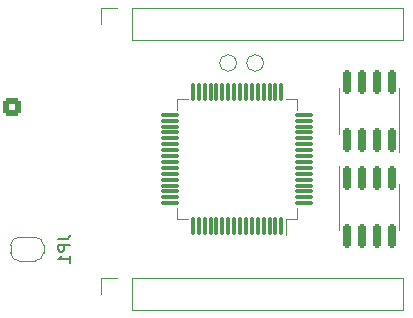
<source format=gbr>
%TF.GenerationSoftware,KiCad,Pcbnew,8.0.9-8.0.9-0~ubuntu22.04.1*%
%TF.CreationDate,2025-04-29T10:25:46+09:00*%
%TF.ProjectId,CANGatewayE,43414e47-6174-4657-9761-79452e6b6963,rev?*%
%TF.SameCoordinates,Original*%
%TF.FileFunction,Legend,Bot*%
%TF.FilePolarity,Positive*%
%FSLAX46Y46*%
G04 Gerber Fmt 4.6, Leading zero omitted, Abs format (unit mm)*
G04 Created by KiCad (PCBNEW 8.0.9-8.0.9-0~ubuntu22.04.1) date 2025-04-29 10:25:46*
%MOMM*%
%LPD*%
G01*
G04 APERTURE LIST*
G04 Aperture macros list*
%AMRoundRect*
0 Rectangle with rounded corners*
0 $1 Rounding radius*
0 $2 $3 $4 $5 $6 $7 $8 $9 X,Y pos of 4 corners*
0 Add a 4 corners polygon primitive as box body*
4,1,4,$2,$3,$4,$5,$6,$7,$8,$9,$2,$3,0*
0 Add four circle primitives for the rounded corners*
1,1,$1+$1,$2,$3*
1,1,$1+$1,$4,$5*
1,1,$1+$1,$6,$7*
1,1,$1+$1,$8,$9*
0 Add four rect primitives between the rounded corners*
20,1,$1+$1,$2,$3,$4,$5,0*
20,1,$1+$1,$4,$5,$6,$7,0*
20,1,$1+$1,$6,$7,$8,$9,0*
20,1,$1+$1,$8,$9,$2,$3,0*%
%AMFreePoly0*
4,1,19,0.500000,-0.750000,0.000000,-0.750000,0.000000,-0.744911,-0.071157,-0.744911,-0.207708,-0.704816,-0.327430,-0.627875,-0.420627,-0.520320,-0.479746,-0.390866,-0.500000,-0.250000,-0.500000,0.250000,-0.479746,0.390866,-0.420627,0.520320,-0.327430,0.627875,-0.207708,0.704816,-0.071157,0.744911,0.000000,0.744911,0.000000,0.750000,0.500000,0.750000,0.500000,-0.750000,0.500000,-0.750000,
$1*%
%AMFreePoly1*
4,1,19,0.000000,0.744911,0.071157,0.744911,0.207708,0.704816,0.327430,0.627875,0.420627,0.520320,0.479746,0.390866,0.500000,0.250000,0.500000,-0.250000,0.479746,-0.390866,0.420627,-0.520320,0.327430,-0.627875,0.207708,-0.704816,0.071157,-0.744911,0.000000,-0.744911,0.000000,-0.750000,-0.500000,-0.750000,-0.500000,0.750000,0.000000,0.750000,0.000000,0.744911,0.000000,0.744911,
$1*%
G04 Aperture macros list end*
%ADD10C,0.150000*%
%ADD11C,0.120000*%
%ADD12C,2.500000*%
%ADD13C,1.500000*%
%ADD14RoundRect,0.250500X-0.499500X0.499500X-0.499500X-0.499500X0.499500X-0.499500X0.499500X0.499500X0*%
%ADD15C,3.250000*%
%ADD16R,1.700000X1.700000*%
%ADD17O,1.700000X1.700000*%
%ADD18RoundRect,0.150000X0.150000X-0.825000X0.150000X0.825000X-0.150000X0.825000X-0.150000X-0.825000X0*%
%ADD19RoundRect,0.150000X-0.150000X0.825000X-0.150000X-0.825000X0.150000X-0.825000X0.150000X0.825000X0*%
%ADD20C,1.000000*%
%ADD21FreePoly0,0.000000*%
%ADD22FreePoly1,0.000000*%
%ADD23RoundRect,0.075000X0.075000X-0.700000X0.075000X0.700000X-0.075000X0.700000X-0.075000X-0.700000X0*%
%ADD24RoundRect,0.075000X0.700000X-0.075000X0.700000X0.075000X-0.700000X0.075000X-0.700000X-0.075000X0*%
G04 APERTURE END LIST*
D10*
X20409819Y5913334D02*
X21124104Y5913334D01*
X21124104Y5913334D02*
X21266961Y5960953D01*
X21266961Y5960953D02*
X21362200Y6056191D01*
X21362200Y6056191D02*
X21409819Y6199048D01*
X21409819Y6199048D02*
X21409819Y6294286D01*
X21409819Y5437143D02*
X20409819Y5437143D01*
X20409819Y5437143D02*
X20409819Y5056191D01*
X20409819Y5056191D02*
X20457438Y4960953D01*
X20457438Y4960953D02*
X20505057Y4913334D01*
X20505057Y4913334D02*
X20600295Y4865715D01*
X20600295Y4865715D02*
X20743152Y4865715D01*
X20743152Y4865715D02*
X20838390Y4913334D01*
X20838390Y4913334D02*
X20886009Y4960953D01*
X20886009Y4960953D02*
X20933628Y5056191D01*
X20933628Y5056191D02*
X20933628Y5437143D01*
X21409819Y3913334D02*
X21409819Y4484762D01*
X21409819Y4199048D02*
X20409819Y4199048D01*
X20409819Y4199048D02*
X20552676Y4294286D01*
X20552676Y4294286D02*
X20647914Y4389524D01*
X20647914Y4389524D02*
X20695533Y4484762D01*
D11*
%TO.C,J3*%
X24070000Y2600000D02*
X25400000Y2600000D01*
X24070000Y1270000D02*
X24070000Y2600000D01*
X26670000Y-60000D02*
X26670000Y2600000D01*
X49590000Y2600000D02*
X26670000Y2600000D01*
X49590000Y-60000D02*
X26670000Y-60000D01*
X49590000Y-60000D02*
X49590000Y2600000D01*
%TO.C,U4*%
X44176000Y18714000D02*
X44176000Y16764000D01*
X44176000Y14814000D02*
X44176000Y16764000D01*
X49296000Y18714000D02*
X49296000Y16764000D01*
X49296000Y13314000D02*
X49296000Y16764000D01*
%TO.C,U3*%
X44176000Y12086000D02*
X44176000Y8636000D01*
X44176000Y6686000D02*
X44176000Y8636000D01*
X49296000Y10586000D02*
X49296000Y8636000D01*
X49296000Y6686000D02*
X49296000Y8636000D01*
%TO.C,TP1*%
X35498000Y20828000D02*
G75*
G02*
X34098000Y20828000I-700000J0D01*
G01*
X34098000Y20828000D02*
G75*
G02*
X35498000Y20828000I700000J0D01*
G01*
%TO.C,JP1*%
X16380000Y4780000D02*
X16380000Y5380000D01*
X17080000Y6080000D02*
X18480000Y6080000D01*
X18480000Y4080000D02*
X17080000Y4080000D01*
X19180000Y5380000D02*
X19180000Y4780000D01*
X16380000Y5380000D02*
G75*
G02*
X17080000Y6080000I699999J1D01*
G01*
X17080000Y4080000D02*
G75*
G02*
X16380000Y4780000I-1J699999D01*
G01*
X18480000Y6080000D02*
G75*
G02*
X19180000Y5380000I0J-700000D01*
G01*
X19180000Y4780000D02*
G75*
G02*
X18480000Y4080000I-700000J0D01*
G01*
%TO.C,TP2*%
X37784000Y20828000D02*
G75*
G02*
X36384000Y20828000I-700000J0D01*
G01*
X36384000Y20828000D02*
G75*
G02*
X37784000Y20828000I700000J0D01*
G01*
%TO.C,U1*%
X30450000Y17810000D02*
X30450000Y16860000D01*
X30450000Y7590000D02*
X30450000Y8540000D01*
X31400000Y17810000D02*
X30450000Y17810000D01*
X31400000Y7590000D02*
X30450000Y7590000D01*
X39720000Y17810000D02*
X40670000Y17810000D01*
X39720000Y7590000D02*
X40670000Y7590000D01*
X39720000Y6250000D02*
X39720000Y7590000D01*
X40670000Y17810000D02*
X40670000Y16860000D01*
X40670000Y7590000D02*
X40670000Y8540000D01*
%TO.C,J4*%
X24070000Y25460000D02*
X25400000Y25460000D01*
X24070000Y24130000D02*
X24070000Y25460000D01*
X26670000Y22800000D02*
X26670000Y25460000D01*
X49590000Y25460000D02*
X26670000Y25460000D01*
X49590000Y22800000D02*
X26670000Y22800000D01*
X49590000Y22800000D02*
X49590000Y25460000D01*
%TD*%
%LPC*%
D12*
%TO.C,J5*%
X13200000Y4960000D03*
X13200000Y20450000D03*
D13*
X5250000Y6080000D03*
X5250000Y8620000D03*
X5250000Y16790000D03*
X5250000Y19330000D03*
X19050000Y8265000D03*
X16510000Y9525000D03*
X19050000Y10805000D03*
X16510000Y12065000D03*
X19050000Y13345000D03*
X16510000Y14605000D03*
X19050000Y15885000D03*
D14*
X16510000Y17145000D03*
D15*
X10150000Y6990000D03*
X10150000Y18420000D03*
%TD*%
D16*
%TO.C,J3*%
X25400000Y1270000D03*
D17*
X27940000Y1270000D03*
X30480000Y1270000D03*
X33020000Y1270000D03*
X35560000Y1270000D03*
X38100000Y1270000D03*
X40640000Y1270000D03*
X43180000Y1270000D03*
X45720000Y1270000D03*
X48260000Y1270000D03*
%TD*%
D18*
%TO.C,U4*%
X48641000Y14289000D03*
X47371000Y14289000D03*
X46101000Y14289000D03*
X44831000Y14289000D03*
X44831000Y19239000D03*
X46101000Y19239000D03*
X47371000Y19239000D03*
X48641000Y19239000D03*
%TD*%
D19*
%TO.C,U3*%
X44831000Y11111000D03*
X46101000Y11111000D03*
X47371000Y11111000D03*
X48641000Y11111000D03*
X48641000Y6161000D03*
X47371000Y6161000D03*
X46101000Y6161000D03*
X44831000Y6161000D03*
%TD*%
D20*
%TO.C,TP1*%
X34798000Y20828000D03*
%TD*%
D21*
%TO.C,JP1*%
X17130000Y5080000D03*
D22*
X18430000Y5080000D03*
%TD*%
D20*
%TO.C,TP2*%
X37084000Y20828000D03*
%TD*%
D23*
%TO.C,U1*%
X39310000Y7025000D03*
X38810000Y7025000D03*
X38310000Y7025000D03*
X37810000Y7025000D03*
X37310000Y7025000D03*
X36810000Y7025000D03*
X36310000Y7025000D03*
X35810000Y7025000D03*
X35310000Y7025000D03*
X34810000Y7025000D03*
X34310000Y7025000D03*
X33810000Y7025000D03*
X33310000Y7025000D03*
X32810000Y7025000D03*
X32310000Y7025000D03*
X31810000Y7025000D03*
D24*
X29885000Y8950000D03*
X29885000Y9450000D03*
X29885000Y9950000D03*
X29885000Y10450000D03*
X29885000Y10950000D03*
X29885000Y11450000D03*
X29885000Y11950000D03*
X29885000Y12450000D03*
X29885000Y12950000D03*
X29885000Y13450000D03*
X29885000Y13950000D03*
X29885000Y14450000D03*
X29885000Y14950000D03*
X29885000Y15450000D03*
X29885000Y15950000D03*
X29885000Y16450000D03*
D23*
X31810000Y18375000D03*
X32310000Y18375000D03*
X32810000Y18375000D03*
X33310000Y18375000D03*
X33810000Y18375000D03*
X34310000Y18375000D03*
X34810000Y18375000D03*
X35310000Y18375000D03*
X35810000Y18375000D03*
X36310000Y18375000D03*
X36810000Y18375000D03*
X37310000Y18375000D03*
X37810000Y18375000D03*
X38310000Y18375000D03*
X38810000Y18375000D03*
X39310000Y18375000D03*
D24*
X41235000Y16450000D03*
X41235000Y15950000D03*
X41235000Y15450000D03*
X41235000Y14950000D03*
X41235000Y14450000D03*
X41235000Y13950000D03*
X41235000Y13450000D03*
X41235000Y12950000D03*
X41235000Y12450000D03*
X41235000Y11950000D03*
X41235000Y11450000D03*
X41235000Y10950000D03*
X41235000Y10450000D03*
X41235000Y9950000D03*
X41235000Y9450000D03*
X41235000Y8950000D03*
%TD*%
D16*
%TO.C,J4*%
X25400000Y24130000D03*
D17*
X27940000Y24130000D03*
X30480000Y24130000D03*
X33020000Y24130000D03*
X35560000Y24130000D03*
X38100000Y24130000D03*
X40640000Y24130000D03*
X43180000Y24130000D03*
X45720000Y24130000D03*
X48260000Y24130000D03*
%TD*%
%LPD*%
M02*

</source>
